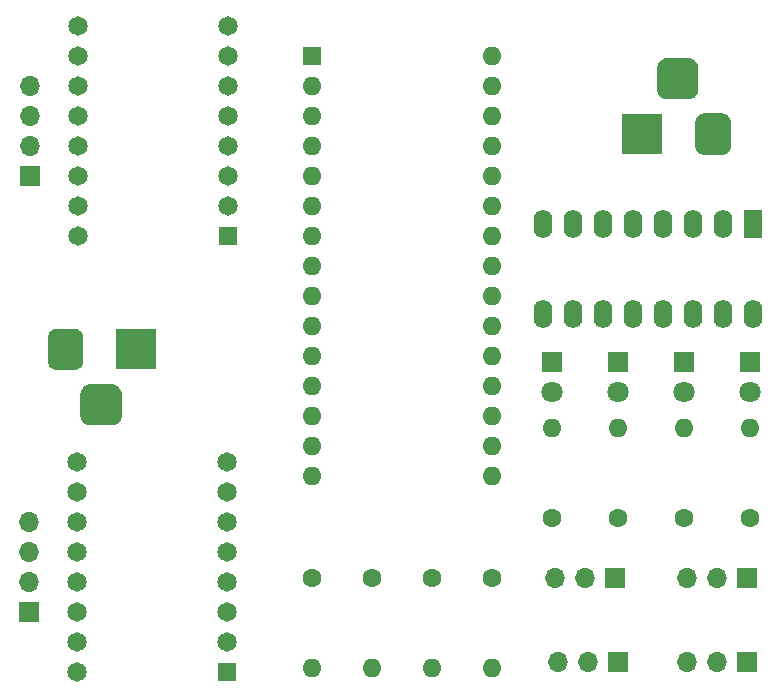
<source format=gtl>
G04 #@! TF.GenerationSoftware,KiCad,Pcbnew,5.1.5-52549c5~84~ubuntu18.04.1*
G04 #@! TF.CreationDate,2020-09-18T13:51:24-05:00*
G04 #@! TF.ProjectId,pcb,7063622e-6b69-4636-9164-5f7063625858,rev?*
G04 #@! TF.SameCoordinates,Original*
G04 #@! TF.FileFunction,Copper,L1,Top*
G04 #@! TF.FilePolarity,Positive*
%FSLAX46Y46*%
G04 Gerber Fmt 4.6, Leading zero omitted, Abs format (unit mm)*
G04 Created by KiCad (PCBNEW 5.1.5-52549c5~84~ubuntu18.04.1) date 2020-09-18 13:51:24*
%MOMM*%
%LPD*%
G04 APERTURE LIST*
%ADD10O,1.600000X1.600000*%
%ADD11C,1.600000*%
%ADD12R,1.600000X1.600000*%
%ADD13O,1.700000X1.700000*%
%ADD14R,1.700000X1.700000*%
%ADD15C,0.150000*%
%ADD16R,3.500000X3.500000*%
%ADD17C,1.650000*%
%ADD18R,1.650000X1.650000*%
%ADD19O,1.600000X2.400000*%
%ADD20R,1.600000X2.400000*%
%ADD21C,1.800000*%
%ADD22R,1.800000X1.800000*%
G04 APERTURE END LIST*
D10*
X221336000Y-169050000D03*
D11*
X221336000Y-161430000D03*
D12*
X206086000Y-117234000D03*
D10*
X221326000Y-150254000D03*
X206086000Y-119774000D03*
X221326000Y-147714000D03*
X206086000Y-122314000D03*
X221326000Y-145174000D03*
X206086000Y-124854000D03*
X221326000Y-142634000D03*
X206086000Y-127394000D03*
X221326000Y-140094000D03*
X206086000Y-129934000D03*
X221326000Y-137554000D03*
X206086000Y-132474000D03*
X221326000Y-135014000D03*
X206086000Y-135014000D03*
X221326000Y-132474000D03*
X206086000Y-137554000D03*
X221326000Y-129934000D03*
X206086000Y-140094000D03*
X221326000Y-127394000D03*
X206086000Y-142634000D03*
X221326000Y-124854000D03*
X206086000Y-145174000D03*
X221326000Y-122314000D03*
X206086000Y-147714000D03*
X221326000Y-119774000D03*
X206086000Y-150254000D03*
X221326000Y-117234000D03*
X206086000Y-152794000D03*
X221326000Y-152794000D03*
D13*
X182220000Y-119774000D03*
X182220000Y-122314000D03*
X182220000Y-124854000D03*
D14*
X182220000Y-127394000D03*
D10*
X243180000Y-148730000D03*
D11*
X243180000Y-156350000D03*
D10*
X237592000Y-148730000D03*
D11*
X237592000Y-156350000D03*
D10*
X232004000Y-148730000D03*
D11*
X232004000Y-156350000D03*
D10*
X226416000Y-148730000D03*
D11*
X226416000Y-156350000D03*
D10*
X206096000Y-169050000D03*
D11*
X206096000Y-161430000D03*
D10*
X211176000Y-169050000D03*
D11*
X211176000Y-161430000D03*
D10*
X216256000Y-169050000D03*
D11*
X216256000Y-161430000D03*
G04 #@! TA.AperFunction,ComponentPad*
D15*
G36*
X189170765Y-145004213D02*
G01*
X189255704Y-145016813D01*
X189338999Y-145037677D01*
X189419848Y-145066605D01*
X189497472Y-145103319D01*
X189571124Y-145147464D01*
X189640094Y-145198616D01*
X189703718Y-145256282D01*
X189761384Y-145319906D01*
X189812536Y-145388876D01*
X189856681Y-145462528D01*
X189893395Y-145540152D01*
X189922323Y-145621001D01*
X189943187Y-145704296D01*
X189955787Y-145789235D01*
X189960000Y-145875000D01*
X189960000Y-147625000D01*
X189955787Y-147710765D01*
X189943187Y-147795704D01*
X189922323Y-147878999D01*
X189893395Y-147959848D01*
X189856681Y-148037472D01*
X189812536Y-148111124D01*
X189761384Y-148180094D01*
X189703718Y-148243718D01*
X189640094Y-148301384D01*
X189571124Y-148352536D01*
X189497472Y-148396681D01*
X189419848Y-148433395D01*
X189338999Y-148462323D01*
X189255704Y-148483187D01*
X189170765Y-148495787D01*
X189085000Y-148500000D01*
X187335000Y-148500000D01*
X187249235Y-148495787D01*
X187164296Y-148483187D01*
X187081001Y-148462323D01*
X187000152Y-148433395D01*
X186922528Y-148396681D01*
X186848876Y-148352536D01*
X186779906Y-148301384D01*
X186716282Y-148243718D01*
X186658616Y-148180094D01*
X186607464Y-148111124D01*
X186563319Y-148037472D01*
X186526605Y-147959848D01*
X186497677Y-147878999D01*
X186476813Y-147795704D01*
X186464213Y-147710765D01*
X186460000Y-147625000D01*
X186460000Y-145875000D01*
X186464213Y-145789235D01*
X186476813Y-145704296D01*
X186497677Y-145621001D01*
X186526605Y-145540152D01*
X186563319Y-145462528D01*
X186607464Y-145388876D01*
X186658616Y-145319906D01*
X186716282Y-145256282D01*
X186779906Y-145198616D01*
X186848876Y-145147464D01*
X186922528Y-145103319D01*
X187000152Y-145066605D01*
X187081001Y-145037677D01*
X187164296Y-145016813D01*
X187249235Y-145004213D01*
X187335000Y-145000000D01*
X189085000Y-145000000D01*
X189170765Y-145004213D01*
G37*
G04 #@! TD.AperFunction*
G04 #@! TA.AperFunction,ComponentPad*
G36*
X186033513Y-140303611D02*
G01*
X186106318Y-140314411D01*
X186177714Y-140332295D01*
X186247013Y-140357090D01*
X186313548Y-140388559D01*
X186376678Y-140426398D01*
X186435795Y-140470242D01*
X186490330Y-140519670D01*
X186539758Y-140574205D01*
X186583602Y-140633322D01*
X186621441Y-140696452D01*
X186652910Y-140762987D01*
X186677705Y-140832286D01*
X186695589Y-140903682D01*
X186706389Y-140976487D01*
X186710000Y-141050000D01*
X186710000Y-143050000D01*
X186706389Y-143123513D01*
X186695589Y-143196318D01*
X186677705Y-143267714D01*
X186652910Y-143337013D01*
X186621441Y-143403548D01*
X186583602Y-143466678D01*
X186539758Y-143525795D01*
X186490330Y-143580330D01*
X186435795Y-143629758D01*
X186376678Y-143673602D01*
X186313548Y-143711441D01*
X186247013Y-143742910D01*
X186177714Y-143767705D01*
X186106318Y-143785589D01*
X186033513Y-143796389D01*
X185960000Y-143800000D01*
X184460000Y-143800000D01*
X184386487Y-143796389D01*
X184313682Y-143785589D01*
X184242286Y-143767705D01*
X184172987Y-143742910D01*
X184106452Y-143711441D01*
X184043322Y-143673602D01*
X183984205Y-143629758D01*
X183929670Y-143580330D01*
X183880242Y-143525795D01*
X183836398Y-143466678D01*
X183798559Y-143403548D01*
X183767090Y-143337013D01*
X183742295Y-143267714D01*
X183724411Y-143196318D01*
X183713611Y-143123513D01*
X183710000Y-143050000D01*
X183710000Y-141050000D01*
X183713611Y-140976487D01*
X183724411Y-140903682D01*
X183742295Y-140832286D01*
X183767090Y-140762987D01*
X183798559Y-140696452D01*
X183836398Y-140633322D01*
X183880242Y-140574205D01*
X183929670Y-140519670D01*
X183984205Y-140470242D01*
X184043322Y-140426398D01*
X184106452Y-140388559D01*
X184172987Y-140357090D01*
X184242286Y-140332295D01*
X184313682Y-140314411D01*
X184386487Y-140303611D01*
X184460000Y-140300000D01*
X185960000Y-140300000D01*
X186033513Y-140303611D01*
G37*
G04 #@! TD.AperFunction*
D16*
X191210000Y-142050000D03*
D13*
X182080000Y-156648000D03*
X182080000Y-159188000D03*
X182080000Y-161728000D03*
D14*
X182080000Y-164268000D03*
D17*
X186144000Y-151568000D03*
X186144000Y-154108000D03*
X186144000Y-156648000D03*
X186144000Y-159188000D03*
X186144000Y-169348000D03*
X186144000Y-166808000D03*
X186144000Y-164268000D03*
D18*
X198844000Y-169348000D03*
D17*
X198844000Y-166808000D03*
X198844000Y-164268000D03*
X198844000Y-151568000D03*
X198844000Y-154108000D03*
X198844000Y-156648000D03*
X198844000Y-159188000D03*
X186144000Y-161728000D03*
X198844000Y-161728000D03*
X186284000Y-114694000D03*
X186284000Y-117234000D03*
X186284000Y-119774000D03*
X186284000Y-122314000D03*
X186284000Y-132474000D03*
X186284000Y-129934000D03*
X186284000Y-127394000D03*
D18*
X198984000Y-132474000D03*
D17*
X198984000Y-129934000D03*
X198984000Y-127394000D03*
X198984000Y-114694000D03*
X198984000Y-117234000D03*
X198984000Y-119774000D03*
X198984000Y-122314000D03*
X186284000Y-124854000D03*
X198984000Y-124854000D03*
D13*
X226670000Y-161430000D03*
X229210000Y-161430000D03*
D14*
X231750000Y-161430000D03*
D13*
X226924000Y-168542000D03*
X229464000Y-168542000D03*
D14*
X232004000Y-168542000D03*
D13*
X237846000Y-168542000D03*
X240386000Y-168542000D03*
D14*
X242926000Y-168542000D03*
D13*
X237846000Y-161430000D03*
X240386000Y-161430000D03*
D14*
X242926000Y-161430000D03*
D19*
X243434000Y-139078000D03*
X225654000Y-131458000D03*
X240894000Y-139078000D03*
X228194000Y-131458000D03*
X238354000Y-139078000D03*
X230734000Y-131458000D03*
X235814000Y-139078000D03*
X233274000Y-131458000D03*
X233274000Y-139078000D03*
X235814000Y-131458000D03*
X230734000Y-139078000D03*
X238354000Y-131458000D03*
X228194000Y-139078000D03*
X240894000Y-131458000D03*
X225654000Y-139078000D03*
D20*
X243434000Y-131458000D03*
D21*
X243180000Y-145682000D03*
D22*
X243180000Y-143142000D03*
D21*
X237592000Y-145682000D03*
D22*
X237592000Y-143142000D03*
D21*
X232004000Y-145682000D03*
D22*
X232004000Y-143142000D03*
D21*
X226416000Y-145682000D03*
D22*
X226416000Y-143142000D03*
G04 #@! TA.AperFunction,ComponentPad*
D15*
G36*
X237996765Y-117392213D02*
G01*
X238081704Y-117404813D01*
X238164999Y-117425677D01*
X238245848Y-117454605D01*
X238323472Y-117491319D01*
X238397124Y-117535464D01*
X238466094Y-117586616D01*
X238529718Y-117644282D01*
X238587384Y-117707906D01*
X238638536Y-117776876D01*
X238682681Y-117850528D01*
X238719395Y-117928152D01*
X238748323Y-118009001D01*
X238769187Y-118092296D01*
X238781787Y-118177235D01*
X238786000Y-118263000D01*
X238786000Y-120013000D01*
X238781787Y-120098765D01*
X238769187Y-120183704D01*
X238748323Y-120266999D01*
X238719395Y-120347848D01*
X238682681Y-120425472D01*
X238638536Y-120499124D01*
X238587384Y-120568094D01*
X238529718Y-120631718D01*
X238466094Y-120689384D01*
X238397124Y-120740536D01*
X238323472Y-120784681D01*
X238245848Y-120821395D01*
X238164999Y-120850323D01*
X238081704Y-120871187D01*
X237996765Y-120883787D01*
X237911000Y-120888000D01*
X236161000Y-120888000D01*
X236075235Y-120883787D01*
X235990296Y-120871187D01*
X235907001Y-120850323D01*
X235826152Y-120821395D01*
X235748528Y-120784681D01*
X235674876Y-120740536D01*
X235605906Y-120689384D01*
X235542282Y-120631718D01*
X235484616Y-120568094D01*
X235433464Y-120499124D01*
X235389319Y-120425472D01*
X235352605Y-120347848D01*
X235323677Y-120266999D01*
X235302813Y-120183704D01*
X235290213Y-120098765D01*
X235286000Y-120013000D01*
X235286000Y-118263000D01*
X235290213Y-118177235D01*
X235302813Y-118092296D01*
X235323677Y-118009001D01*
X235352605Y-117928152D01*
X235389319Y-117850528D01*
X235433464Y-117776876D01*
X235484616Y-117707906D01*
X235542282Y-117644282D01*
X235605906Y-117586616D01*
X235674876Y-117535464D01*
X235748528Y-117491319D01*
X235826152Y-117454605D01*
X235907001Y-117425677D01*
X235990296Y-117404813D01*
X236075235Y-117392213D01*
X236161000Y-117388000D01*
X237911000Y-117388000D01*
X237996765Y-117392213D01*
G37*
G04 #@! TD.AperFunction*
G04 #@! TA.AperFunction,ComponentPad*
G36*
X240859513Y-122091611D02*
G01*
X240932318Y-122102411D01*
X241003714Y-122120295D01*
X241073013Y-122145090D01*
X241139548Y-122176559D01*
X241202678Y-122214398D01*
X241261795Y-122258242D01*
X241316330Y-122307670D01*
X241365758Y-122362205D01*
X241409602Y-122421322D01*
X241447441Y-122484452D01*
X241478910Y-122550987D01*
X241503705Y-122620286D01*
X241521589Y-122691682D01*
X241532389Y-122764487D01*
X241536000Y-122838000D01*
X241536000Y-124838000D01*
X241532389Y-124911513D01*
X241521589Y-124984318D01*
X241503705Y-125055714D01*
X241478910Y-125125013D01*
X241447441Y-125191548D01*
X241409602Y-125254678D01*
X241365758Y-125313795D01*
X241316330Y-125368330D01*
X241261795Y-125417758D01*
X241202678Y-125461602D01*
X241139548Y-125499441D01*
X241073013Y-125530910D01*
X241003714Y-125555705D01*
X240932318Y-125573589D01*
X240859513Y-125584389D01*
X240786000Y-125588000D01*
X239286000Y-125588000D01*
X239212487Y-125584389D01*
X239139682Y-125573589D01*
X239068286Y-125555705D01*
X238998987Y-125530910D01*
X238932452Y-125499441D01*
X238869322Y-125461602D01*
X238810205Y-125417758D01*
X238755670Y-125368330D01*
X238706242Y-125313795D01*
X238662398Y-125254678D01*
X238624559Y-125191548D01*
X238593090Y-125125013D01*
X238568295Y-125055714D01*
X238550411Y-124984318D01*
X238539611Y-124911513D01*
X238536000Y-124838000D01*
X238536000Y-122838000D01*
X238539611Y-122764487D01*
X238550411Y-122691682D01*
X238568295Y-122620286D01*
X238593090Y-122550987D01*
X238624559Y-122484452D01*
X238662398Y-122421322D01*
X238706242Y-122362205D01*
X238755670Y-122307670D01*
X238810205Y-122258242D01*
X238869322Y-122214398D01*
X238932452Y-122176559D01*
X238998987Y-122145090D01*
X239068286Y-122120295D01*
X239139682Y-122102411D01*
X239212487Y-122091611D01*
X239286000Y-122088000D01*
X240786000Y-122088000D01*
X240859513Y-122091611D01*
G37*
G04 #@! TD.AperFunction*
D16*
X234036000Y-123838000D03*
M02*

</source>
